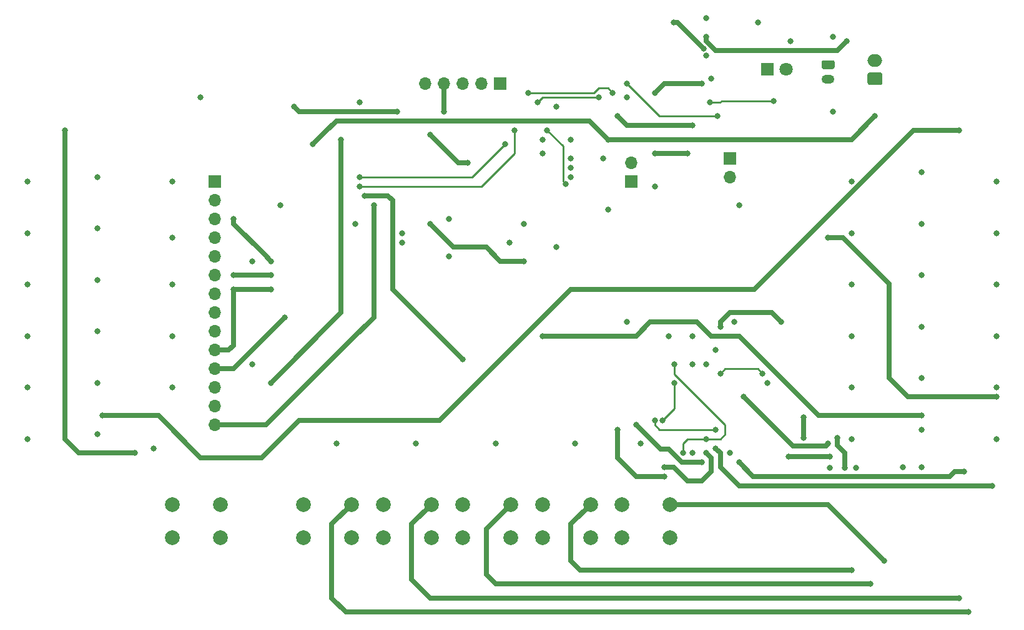
<source format=gbr>
%TF.GenerationSoftware,KiCad,Pcbnew,(5.1.8)-1*%
%TF.CreationDate,2021-03-09T15:18:23+01:00*%
%TF.ProjectId,schema_v1,73636865-6d61-45f7-9631-2e6b69636164,rev?*%
%TF.SameCoordinates,Original*%
%TF.FileFunction,Copper,L4,Bot*%
%TF.FilePolarity,Positive*%
%FSLAX46Y46*%
G04 Gerber Fmt 4.6, Leading zero omitted, Abs format (unit mm)*
G04 Created by KiCad (PCBNEW (5.1.8)-1) date 2021-03-09 15:18:23*
%MOMM*%
%LPD*%
G01*
G04 APERTURE LIST*
%TA.AperFunction,ComponentPad*%
%ADD10O,1.700000X1.700000*%
%TD*%
%TA.AperFunction,ComponentPad*%
%ADD11R,1.700000X1.700000*%
%TD*%
%TA.AperFunction,ComponentPad*%
%ADD12O,2.000000X1.700000*%
%TD*%
%TA.AperFunction,ComponentPad*%
%ADD13C,2.000000*%
%TD*%
%TA.AperFunction,ComponentPad*%
%ADD14C,1.800000*%
%TD*%
%TA.AperFunction,ComponentPad*%
%ADD15R,1.800000X1.800000*%
%TD*%
%TA.AperFunction,ComponentPad*%
%ADD16O,1.750000X1.200000*%
%TD*%
%TA.AperFunction,ViaPad*%
%ADD17C,0.800000*%
%TD*%
%TA.AperFunction,Conductor*%
%ADD18C,0.700000*%
%TD*%
%TA.AperFunction,Conductor*%
%ADD19C,0.250000*%
%TD*%
G04 APERTURE END LIST*
D10*
%TO.P,U9,14*%
%TO.N,LCD_T_Irq*%
X106045000Y-105410000D03*
%TO.P,U9,13*%
%TO.N,LCD_SDO*%
X106045000Y-102870000D03*
%TO.P,U9,12*%
%TO.N,LCD_SDI*%
X106045000Y-100330000D03*
%TO.P,U9,11*%
%TO.N,LCD_T_CS*%
X106045000Y-97790000D03*
%TO.P,U9,10*%
%TO.N,LCD_SCK*%
X106045000Y-95250000D03*
%TO.P,U9,9*%
%TO.N,LCD_SDO*%
X106045000Y-92710000D03*
%TO.P,U9,8*%
%TO.N,LCD_LED*%
X106045000Y-90170000D03*
%TO.P,U9,7*%
%TO.N,LCD_SCK*%
X106045000Y-87630000D03*
%TO.P,U9,6*%
%TO.N,LCD_SDI*%
X106045000Y-85090000D03*
%TO.P,U9,5*%
%TO.N,LCD_DC*%
X106045000Y-82550000D03*
%TO.P,U9,4*%
%TO.N,LCS_rst*%
X106045000Y-80010000D03*
%TO.P,U9,3*%
%TO.N,LCD_CS*%
X106045000Y-77470000D03*
%TO.P,U9,2*%
%TO.N,GND*%
X106045000Y-74930000D03*
D11*
%TO.P,U9,1*%
%TO.N,+3V3*%
X106045000Y-72390000D03*
%TD*%
D12*
%TO.P,SW9,2*%
%TO.N,Net-(BT3-Pad1)*%
X195580000Y-55920000D03*
%TO.P,SW9,1*%
%TO.N,Vbat*%
%TA.AperFunction,ComponentPad*%
G36*
G01*
X196330000Y-59270000D02*
X194830000Y-59270000D01*
G75*
G02*
X194580000Y-59020000I0J250000D01*
G01*
X194580000Y-57820000D01*
G75*
G02*
X194830000Y-57570000I250000J0D01*
G01*
X196330000Y-57570000D01*
G75*
G02*
X196580000Y-57820000I0J-250000D01*
G01*
X196580000Y-59020000D01*
G75*
G02*
X196330000Y-59270000I-250000J0D01*
G01*
G37*
%TD.AperFunction*%
%TD*%
D13*
%TO.P,SW7,1*%
%TO.N,pp*%
X167790000Y-116205000D03*
%TO.P,SW7,2*%
%TO.N,+3V3*%
X167790000Y-120705000D03*
%TO.P,SW7,1*%
%TO.N,pp*%
X161290000Y-116205000D03*
%TO.P,SW7,2*%
%TO.N,+3V3*%
X161290000Y-120705000D03*
%TD*%
%TO.P,SW6,1*%
%TO.N,prev*%
X124610000Y-116205000D03*
%TO.P,SW6,2*%
%TO.N,+3V3*%
X124610000Y-120705000D03*
%TO.P,SW6,1*%
%TO.N,prev*%
X118110000Y-116205000D03*
%TO.P,SW6,2*%
%TO.N,+3V3*%
X118110000Y-120705000D03*
%TD*%
%TO.P,SW5,1*%
%TO.N,next*%
X135405000Y-116205000D03*
%TO.P,SW5,2*%
%TO.N,+3V3*%
X135405000Y-120705000D03*
%TO.P,SW5,1*%
%TO.N,next*%
X128905000Y-116205000D03*
%TO.P,SW5,2*%
%TO.N,+3V3*%
X128905000Y-120705000D03*
%TD*%
%TO.P,SW4,1*%
%TO.N,vol-*%
X146200000Y-116205000D03*
%TO.P,SW4,2*%
%TO.N,+3V3*%
X146200000Y-120705000D03*
%TO.P,SW4,1*%
%TO.N,vol-*%
X139700000Y-116205000D03*
%TO.P,SW4,2*%
%TO.N,+3V3*%
X139700000Y-120705000D03*
%TD*%
%TO.P,SW3,1*%
%TO.N,vol+*%
X156995000Y-116205000D03*
%TO.P,SW3,2*%
%TO.N,+3V3*%
X156995000Y-120705000D03*
%TO.P,SW3,1*%
%TO.N,vol+*%
X150495000Y-116205000D03*
%TO.P,SW3,2*%
%TO.N,+3V3*%
X150495000Y-120705000D03*
%TD*%
%TO.P,SW1,1*%
%TO.N,Net-(100nF3-Pad1)*%
X106830000Y-116205000D03*
%TO.P,SW1,2*%
%TO.N,Net-(R2-Pad2)*%
X106830000Y-120705000D03*
%TO.P,SW1,1*%
%TO.N,Net-(100nF3-Pad1)*%
X100330000Y-116205000D03*
%TO.P,SW1,2*%
%TO.N,Net-(R2-Pad2)*%
X100330000Y-120705000D03*
%TD*%
D10*
%TO.P,LS2,2*%
%TO.N,Net-(C47-Pad1)*%
X175895000Y-71755000D03*
D11*
%TO.P,LS2,1*%
%TO.N,Net-(C46-Pad2)*%
X175895000Y-69215000D03*
%TD*%
D10*
%TO.P,LS1,2*%
%TO.N,Net-(C45-Pad1)*%
X162560000Y-69850000D03*
D11*
%TO.P,LS1,1*%
%TO.N,Net-(C44-Pad2)*%
X162560000Y-72390000D03*
%TD*%
%TO.P,J1,1*%
%TO.N,Reset*%
X144780000Y-59055000D03*
D10*
%TO.P,J1,2*%
%TO.N,+3V3*%
X142240000Y-59055000D03*
%TO.P,J1,3*%
%TO.N,GND*%
X139700000Y-59055000D03*
%TO.P,J1,4*%
%TO.N,PGD*%
X137160000Y-59055000D03*
%TO.P,J1,5*%
%TO.N,PGC*%
X134620000Y-59055000D03*
%TD*%
D14*
%TO.P,D1,2*%
%TO.N,Net-(D1-Pad2)*%
X183515000Y-57150000D03*
D15*
%TO.P,D1,1*%
%TO.N,Net-(D1-Pad1)*%
X180975000Y-57150000D03*
%TD*%
D16*
%TO.P,BT3,2*%
%TO.N,GND*%
X189230000Y-58515000D03*
%TO.P,BT3,1*%
%TO.N,Net-(BT3-Pad1)*%
%TA.AperFunction,ComponentPad*%
G36*
G01*
X188604999Y-55915000D02*
X189855001Y-55915000D01*
G75*
G02*
X190105000Y-56164999I0J-249999D01*
G01*
X190105000Y-56865001D01*
G75*
G02*
X189855001Y-57115000I-249999J0D01*
G01*
X188604999Y-57115000D01*
G75*
G02*
X188355000Y-56865001I0J249999D01*
G01*
X188355000Y-56164999D01*
G75*
G02*
X188604999Y-55915000I249999J0D01*
G01*
G37*
%TD.AperFunction*%
%TD*%
D17*
%TO.N,GND*%
X189484000Y-111252000D03*
X193040000Y-111252000D03*
X104140000Y-60960000D03*
X201930000Y-111125000D03*
X161925000Y-91440000D03*
X176530000Y-91440000D03*
X177165000Y-75565000D03*
X159385000Y-76200000D03*
X189865000Y-62865000D03*
X173355000Y-58420000D03*
X161925000Y-60960000D03*
X152400000Y-62230000D03*
X114935000Y-75565000D03*
X100330000Y-72390000D03*
X100330000Y-80010000D03*
X100330000Y-86360000D03*
X100330000Y-93345000D03*
X100330000Y-100330000D03*
X97790000Y-108585000D03*
X90170000Y-106680000D03*
X90170000Y-99695000D03*
X90170000Y-92710000D03*
X90170000Y-85725000D03*
X90170000Y-78740000D03*
X90170000Y-71755000D03*
X80645000Y-72390000D03*
X80645000Y-79375000D03*
X80645000Y-86360000D03*
X80645000Y-93345000D03*
X80645000Y-100330000D03*
X80645000Y-107315000D03*
X131445000Y-80645000D03*
X125095000Y-78105000D03*
X137795000Y-82550000D03*
X154305000Y-69215000D03*
X150495000Y-68580000D03*
X154305000Y-71755000D03*
X154305000Y-66675000D03*
X122555000Y-107950000D03*
X158750000Y-69215000D03*
X146050000Y-80645000D03*
X172720000Y-50165000D03*
X165735000Y-73025000D03*
X167640000Y-93345000D03*
X170815000Y-93345000D03*
X172720000Y-97155000D03*
X170815000Y-97155000D03*
X184150000Y-53340000D03*
X172720000Y-55245000D03*
X179705000Y-50800000D03*
X192405000Y-100330000D03*
X192405000Y-93345000D03*
X192405000Y-86360000D03*
X192405000Y-79375000D03*
X192405000Y-72390000D03*
X173990000Y-95250000D03*
X212090000Y-72390000D03*
X212090000Y-79375000D03*
X212090000Y-86360000D03*
X212090000Y-93345000D03*
X212090000Y-100330000D03*
X212090000Y-107315000D03*
X133350000Y-107950000D03*
X144145000Y-107950000D03*
X154940000Y-107950000D03*
X163830000Y-107950000D03*
X170815000Y-109220000D03*
X175895000Y-109220000D03*
X192405000Y-107315000D03*
X201930000Y-106045000D03*
X201930000Y-99060000D03*
X201930000Y-92075000D03*
X201930000Y-85090000D03*
X201930000Y-78105000D03*
X201930000Y-71120000D03*
%TO.N,+3V3*%
X131445000Y-79375000D03*
X137795000Y-77470000D03*
X154305000Y-70485000D03*
X125730000Y-61595000D03*
X199390000Y-111125000D03*
X111125000Y-97155000D03*
X150495000Y-66675000D03*
X111125000Y-83185000D03*
X147955000Y-78105000D03*
X189865000Y-52705000D03*
X180975000Y-99695000D03*
X152400000Y-81280000D03*
X185928000Y-104394000D03*
X185928000Y-107188000D03*
%TO.N,+5V*%
X174625000Y-92075000D03*
X182880000Y-91440000D03*
X140335000Y-69850000D03*
X135255000Y-66040000D03*
X130810000Y-62865000D03*
X116840000Y-62230000D03*
%TO.N,Vbat*%
X119380000Y-67310000D03*
X159385000Y-66675000D03*
X195580000Y-63500000D03*
%TO.N,Net-(10uF9-Pad1)*%
X160655000Y-63500000D03*
X170815000Y-64770000D03*
%TO.N,Net-(BT3-Pad1)*%
X191770000Y-53340000D03*
X172720000Y-52705000D03*
%TO.N,DataLeds*%
X201930000Y-104140000D03*
X150495000Y-93345000D03*
%TO.N,Vusb*%
X161925000Y-59055000D03*
X174244000Y-63500000D03*
%TO.N,/Class d amplifier/Agnd*%
X165735000Y-104775000D03*
X173990000Y-106045000D03*
X211455000Y-113665000D03*
X173990000Y-108585000D03*
%TO.N,/Class d amplifier/Aleft*%
X207645000Y-111760000D03*
X177165000Y-110490000D03*
X172085000Y-110490000D03*
X163195000Y-105410000D03*
%TO.N,VoL_Measure*%
X177800000Y-101600000D03*
X189230000Y-107950000D03*
%TO.N,Net-(C33-Pad1)*%
X174625000Y-98425000D03*
X180340000Y-98425000D03*
%TO.N,Net-(D1-Pad1)*%
X173228000Y-61595000D03*
X181864000Y-61468000D03*
%TO.N,Net-(D22-Pad2)*%
X189230000Y-80010000D03*
X212090000Y-101600000D03*
%TO.N,Net-(D23-Pad2)*%
X207010000Y-65405000D03*
X90805000Y-104140000D03*
%TO.N,Net-(D24-Pad2)*%
X85725000Y-65405000D03*
X95250000Y-109220000D03*
%TO.N,PGD*%
X137160000Y-62865000D03*
%TO.N,Reset*%
X113665000Y-99695000D03*
X123190000Y-66675000D03*
%TO.N,Net-(J2-Pad2)*%
X153670000Y-72715000D03*
X151130000Y-65405000D03*
X148590000Y-60325000D03*
X160020000Y-60325000D03*
%TO.N,Net-(J2-Pad3)*%
X149860000Y-61595000D03*
X158115000Y-60960000D03*
%TO.N,Net-(L6-Pad2)*%
X172351763Y-54315267D03*
X168275000Y-50800000D03*
%TO.N,vol+*%
X192405000Y-125095000D03*
%TO.N,vol-*%
X194945000Y-127000000D03*
%TO.N,next*%
X207010000Y-128905000D03*
%TO.N,prev*%
X208280000Y-130810000D03*
%TO.N,pp*%
X196850000Y-123825000D03*
%TO.N,Net-(R24-Pad1)*%
X168345000Y-99695000D03*
X166735003Y-104775000D03*
X167005000Y-111125000D03*
X172720000Y-109220000D03*
%TO.N,Net-(R25-Pad1)*%
X169545000Y-109220000D03*
X172720000Y-107315000D03*
X168345000Y-97155000D03*
%TO.N,Net-(R32-Pad2)*%
X165735000Y-68580000D03*
X170180000Y-68580000D03*
X172085000Y-59055000D03*
X165735000Y-60325000D03*
%TO.N,Vol_spkr*%
X126365000Y-74295000D03*
X139700000Y-96520000D03*
X160655000Y-106045000D03*
X167005000Y-112395000D03*
X183896000Y-109728000D03*
X189484000Y-109728000D03*
%TO.N,LCD_T_Irq*%
X127635000Y-75565000D03*
%TO.N,LCD_T_CS*%
X115570000Y-90805000D03*
%TO.N,D_LEDS*%
X135255000Y-78105000D03*
X147955000Y-83185000D03*
%TO.N,LCD_SCK*%
X113665000Y-86995000D03*
X108585000Y-86995000D03*
%TO.N,LCD_SDI*%
X108585000Y-85090000D03*
X113665000Y-85090000D03*
%TO.N,LCD_CS*%
X113665000Y-83185000D03*
X108585000Y-77470000D03*
%TO.N,RX*%
X125730000Y-73025000D03*
X146685000Y-65405000D03*
%TO.N,TX*%
X125730000Y-71755000D03*
X145415000Y-67310000D03*
%TO.N,Net-(R5-Pad2)*%
X191516000Y-111252000D03*
X190500000Y-107188000D03*
%TD*%
D18*
%TO.N,+3V3*%
X185928000Y-104394000D02*
X185928000Y-107188000D01*
%TO.N,+5V*%
X174625000Y-92075000D02*
X174625000Y-91440000D01*
X174625000Y-91440000D02*
X175895000Y-90170000D01*
X181610000Y-90170000D02*
X182880000Y-91440000D01*
X175895000Y-90170000D02*
X181610000Y-90170000D01*
X139065000Y-69850000D02*
X135255000Y-66040000D01*
X140335000Y-69850000D02*
X139065000Y-69850000D01*
X117475000Y-62865000D02*
X116840000Y-62230000D01*
X130810000Y-62865000D02*
X117475000Y-62865000D01*
%TO.N,Vbat*%
X119380000Y-67310000D02*
X120965001Y-65724999D01*
X120965001Y-65724999D02*
X122555000Y-64135000D01*
X156845000Y-64135000D02*
X159385000Y-66675000D01*
X122555000Y-64135000D02*
X156845000Y-64135000D01*
X192405000Y-66675000D02*
X195580000Y-63500000D01*
X159385000Y-66675000D02*
X192405000Y-66675000D01*
%TO.N,Net-(10uF9-Pad1)*%
X161925000Y-64770000D02*
X170815000Y-64770000D01*
X160655000Y-63500000D02*
X161925000Y-64770000D01*
%TO.N,Net-(BT3-Pad1)*%
X191770000Y-53340000D02*
X190500000Y-54610000D01*
X190500000Y-54610000D02*
X173990000Y-54610000D01*
X173990000Y-54610000D02*
X172720000Y-53340000D01*
X172720000Y-53340000D02*
X172720000Y-52705000D01*
%TO.N,DataLeds*%
X201930000Y-104140000D02*
X187960000Y-104140000D01*
X187960000Y-104140000D02*
X177165000Y-93345000D01*
X177165000Y-93345000D02*
X173355000Y-93345000D01*
X173355000Y-93345000D02*
X171450000Y-91440000D01*
X171450000Y-91440000D02*
X165100000Y-91440000D01*
X165100000Y-91440000D02*
X163195000Y-93345000D01*
X163195000Y-93345000D02*
X150495000Y-93345000D01*
D19*
%TO.N,Vusb*%
X161925000Y-59055000D02*
X166370000Y-63500000D01*
X174244000Y-63500000D02*
X166370000Y-63500000D01*
%TO.N,/Class d amplifier/Agnd*%
X165735000Y-104775000D02*
X165735000Y-105410000D01*
X166370000Y-106045000D02*
X172720000Y-106045000D01*
X165735000Y-105410000D02*
X166370000Y-106045000D01*
X172720000Y-106045000D02*
X173990000Y-106045000D01*
D18*
X174625000Y-109220000D02*
X173990000Y-108585000D01*
X174625000Y-111125000D02*
X174625000Y-109220000D01*
X177165000Y-113665000D02*
X174625000Y-111125000D01*
X211455000Y-113665000D02*
X177165000Y-113665000D01*
%TO.N,/Class d amplifier/Aleft*%
X207645000Y-111760000D02*
X206375000Y-111760000D01*
X206375000Y-111760000D02*
X205740000Y-112395000D01*
X179070000Y-112395000D02*
X177165000Y-110490000D01*
X205740000Y-112395000D02*
X179070000Y-112395000D01*
X169408998Y-110490000D02*
X167640000Y-108721002D01*
X172085000Y-110490000D02*
X169408998Y-110490000D01*
X167640000Y-108721002D02*
X166506002Y-108721002D01*
X166506002Y-108721002D02*
X163195000Y-105410000D01*
%TO.N,VoL_Measure*%
X188914999Y-108265001D02*
X189230000Y-107950000D01*
X184465001Y-108265001D02*
X188914999Y-108265001D01*
X177800000Y-101600000D02*
X184465001Y-108265001D01*
D19*
%TO.N,Net-(C33-Pad1)*%
X174625000Y-98425000D02*
X175260000Y-97790000D01*
X179705000Y-97790000D02*
X180340000Y-98425000D01*
X175260000Y-97790000D02*
X179705000Y-97790000D01*
%TO.N,Net-(D1-Pad1)*%
X173228000Y-61595000D02*
X174625000Y-61595000D01*
X174752000Y-61468000D02*
X174625000Y-61595000D01*
X181864000Y-61468000D02*
X174752000Y-61468000D01*
D18*
%TO.N,Net-(D22-Pad2)*%
X191271002Y-80010000D02*
X197485000Y-86223998D01*
X189230000Y-80010000D02*
X191271002Y-80010000D01*
X197485000Y-86223998D02*
X197485000Y-99060000D01*
X200025000Y-101600000D02*
X212090000Y-101600000D01*
X197485000Y-99060000D02*
X200025000Y-101600000D01*
%TO.N,Net-(D23-Pad2)*%
X200796002Y-65405000D02*
X179206002Y-86995000D01*
X207010000Y-65405000D02*
X200796002Y-65405000D01*
X179206002Y-86995000D02*
X154305000Y-86995000D01*
X154305000Y-86995000D02*
X136525000Y-104775000D01*
X136525000Y-104775000D02*
X117475000Y-104775000D01*
X117475000Y-104775000D02*
X115439999Y-106810001D01*
X115439999Y-106810001D02*
X112395000Y-109855000D01*
X112395000Y-109855000D02*
X104140000Y-109855000D01*
X98425000Y-104140000D02*
X90805000Y-104140000D01*
X104140000Y-109855000D02*
X98425000Y-104140000D01*
%TO.N,Net-(D24-Pad2)*%
X85725000Y-65405000D02*
X85725000Y-107315000D01*
X87630000Y-109220000D02*
X95250000Y-109220000D01*
X85725000Y-107315000D02*
X87630000Y-109220000D01*
%TO.N,PGD*%
X137160000Y-62865000D02*
X137160000Y-59055000D01*
%TO.N,Reset*%
X123190000Y-90170000D02*
X123190000Y-66675000D01*
X113665000Y-99695000D02*
X123190000Y-90170000D01*
D19*
%TO.N,Net-(J2-Pad2)*%
X153270001Y-67545001D02*
X151130000Y-65405000D01*
X153270001Y-72315001D02*
X153270001Y-67545001D01*
X153670000Y-72715000D02*
X153270001Y-72315001D01*
X148590000Y-60325000D02*
X157480000Y-60325000D01*
X157480000Y-60325000D02*
X157570001Y-60234999D01*
X157570001Y-60234999D02*
X158115000Y-59690000D01*
X159385000Y-59690000D02*
X160020000Y-60325000D01*
X158115000Y-59690000D02*
X159385000Y-59690000D01*
%TO.N,Net-(J2-Pad3)*%
X149860000Y-61595000D02*
X150495000Y-60960000D01*
X150495000Y-60960000D02*
X158115000Y-60960000D01*
D18*
%TO.N,Net-(L6-Pad2)*%
X168836496Y-50800000D02*
X168275000Y-50800000D01*
X172351763Y-54315267D02*
X168836496Y-50800000D01*
%TO.N,vol+*%
X156995000Y-116205000D02*
X154305000Y-118895000D01*
X154305000Y-118895000D02*
X154305000Y-123825000D01*
X155575000Y-125095000D02*
X192405000Y-125095000D01*
X154305000Y-123825000D02*
X155575000Y-125095000D01*
%TO.N,vol-*%
X146200000Y-116205000D02*
X142875000Y-119530000D01*
X142875000Y-119530000D02*
X142875000Y-125730000D01*
X144145000Y-127000000D02*
X194945000Y-127000000D01*
X142875000Y-125730000D02*
X144145000Y-127000000D01*
%TO.N,next*%
X135405000Y-116205000D02*
X132715000Y-118895000D01*
X132715000Y-118895000D02*
X132715000Y-126365000D01*
X135255000Y-128905000D02*
X207010000Y-128905000D01*
X132715000Y-126365000D02*
X135255000Y-128905000D01*
%TO.N,prev*%
X124610000Y-116205000D02*
X121920000Y-118895000D01*
X121920000Y-118895000D02*
X121920000Y-128905000D01*
X123825000Y-130810000D02*
X208280000Y-130810000D01*
X121920000Y-128905000D02*
X123825000Y-130810000D01*
%TO.N,pp*%
X189230000Y-116205000D02*
X196850000Y-123825000D01*
X167790000Y-116205000D02*
X189230000Y-116205000D01*
D19*
%TO.N,Net-(R24-Pad1)*%
X168345000Y-103165003D02*
X166735003Y-104775000D01*
X168345000Y-99695000D02*
X168345000Y-103165003D01*
D18*
X167005000Y-111125000D02*
X168275000Y-111125000D01*
X168275000Y-111125000D02*
X170180000Y-113030000D01*
X170180000Y-113030000D02*
X172085000Y-113030000D01*
X172085000Y-113030000D02*
X173355000Y-111760000D01*
X173355000Y-111760000D02*
X173355000Y-109855000D01*
X173355000Y-109855000D02*
X172720000Y-109220000D01*
D19*
%TO.N,Net-(R25-Pad1)*%
X169545000Y-109220000D02*
X169545000Y-107950000D01*
X170180000Y-107315000D02*
X172720000Y-107315000D01*
X169545000Y-107950000D02*
X170180000Y-107315000D01*
X172720000Y-107315000D02*
X173793002Y-107315000D01*
X173793002Y-107315000D02*
X174625000Y-107315000D01*
X174625000Y-107315000D02*
X175260000Y-106680000D01*
X175260000Y-106680000D02*
X175260000Y-105410000D01*
X168345000Y-98495000D02*
X168345000Y-97155000D01*
X175260000Y-105410000D02*
X168345000Y-98495000D01*
D18*
%TO.N,Net-(R32-Pad2)*%
X165735000Y-68580000D02*
X170180000Y-68580000D01*
X167005000Y-59055000D02*
X165735000Y-60325000D01*
X172085000Y-59055000D02*
X167005000Y-59055000D01*
%TO.N,Vol_spkr*%
X126365000Y-74295000D02*
X129540000Y-74295000D01*
X129540000Y-74295000D02*
X130175000Y-74930000D01*
X130175000Y-74930000D02*
X130175000Y-86995000D01*
X130175000Y-86995000D02*
X139700000Y-96520000D01*
X167005000Y-112395000D02*
X163195000Y-112395000D01*
X160655000Y-109855000D02*
X160655000Y-106045000D01*
X163195000Y-112395000D02*
X160655000Y-109855000D01*
X183896000Y-109728000D02*
X189484000Y-109728000D01*
%TO.N,LCD_T_Irq*%
X106045000Y-105410000D02*
X113030000Y-105410000D01*
X113030000Y-105410000D02*
X124460000Y-93980000D01*
X124460000Y-93980000D02*
X127635000Y-90805000D01*
X127635000Y-90805000D02*
X127635000Y-75565000D01*
%TO.N,LCD_T_CS*%
X106045000Y-97790000D02*
X108585000Y-97790000D01*
X108585000Y-97790000D02*
X115570000Y-90805000D01*
%TO.N,D_LEDS*%
X135255000Y-78105000D02*
X138430000Y-81280000D01*
X138430000Y-81280000D02*
X142875000Y-81280000D01*
X144780000Y-83185000D02*
X147955000Y-83185000D01*
X142875000Y-81280000D02*
X144780000Y-83185000D01*
%TO.N,LCD_SCK*%
X113665000Y-86995000D02*
X108585000Y-86995000D01*
X106045000Y-95250000D02*
X107950000Y-95250000D01*
X108585000Y-94615000D02*
X108585000Y-86995000D01*
X107950000Y-95250000D02*
X108585000Y-94615000D01*
%TO.N,LCD_SDI*%
X108585000Y-85090000D02*
X113665000Y-85090000D01*
%TO.N,LCD_CS*%
X113665000Y-83185000D02*
X112714999Y-82234999D01*
X108585000Y-78105000D02*
X108585000Y-77470000D01*
X112714999Y-82234999D02*
X108585000Y-78105000D01*
D19*
%TO.N,RX*%
X125730000Y-73025000D02*
X142240000Y-73025000D01*
X146685000Y-68580000D02*
X146685000Y-65405000D01*
X142240000Y-73025000D02*
X146685000Y-68580000D01*
%TO.N,TX*%
X140970000Y-71755000D02*
X145415000Y-67310000D01*
X125730000Y-71755000D02*
X140970000Y-71755000D01*
D18*
%TO.N,Net-(R5-Pad2)*%
X190500000Y-107188000D02*
X190500000Y-108204000D01*
X191516000Y-109220000D02*
X191516000Y-111252000D01*
X190500000Y-108204000D02*
X191516000Y-109220000D01*
%TD*%
M02*

</source>
